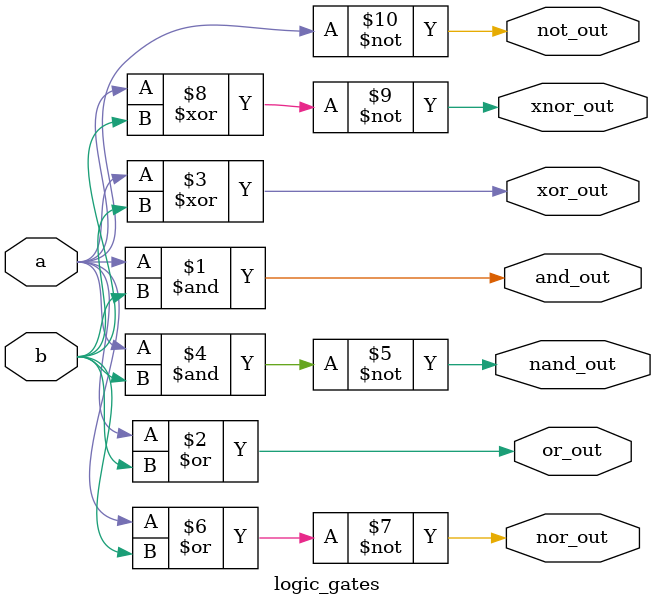
<source format=v>
module logic_gates(a,b,and_out,or_out,xor_out,nand_out,nor_out,xnor_out,not_out);
  	input a,b;
  	output and_out, or_out, xor_out, nand_out, nor_out, xnor_out, not_out;
  
 	assign and_out = a & b;
 	assign or_out = a | b;
    assign xor_out = a ^ b;
 	assign nand_out = ~(a & b);
 	assign nor_out = ~(a | b);
    assign xnor_out = ~(a ^ b);
    assign not_out = ~a;
endmodule
</source>
